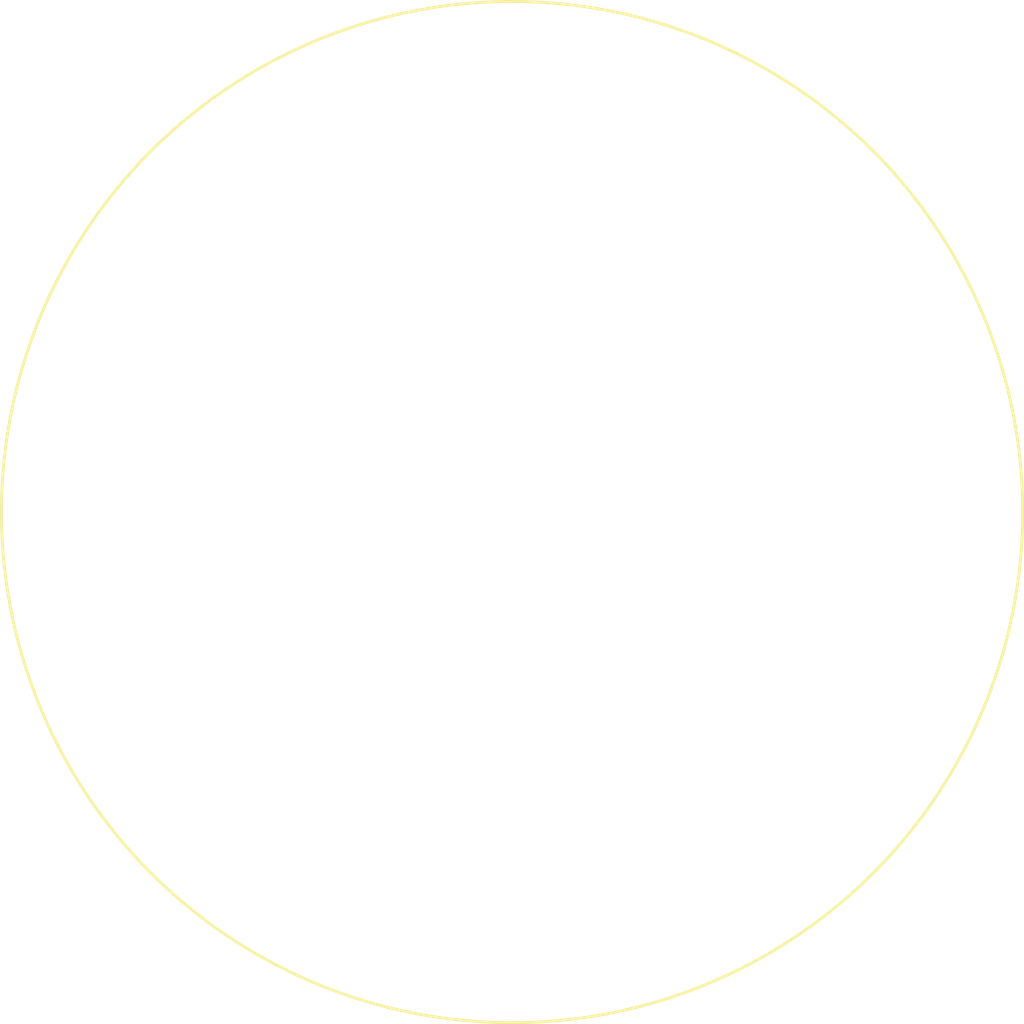
<source format=kicad_pcb>
(kicad_pcb (version 20171130) (host pcbnew 5.1.4-e60b266~84~ubuntu18.04.1)

  (general
    (thickness 1.6)
    (drawings 1)
    (tracks 0)
    (zones 0)
    (modules 0)
    (nets 1)
  )

  (page A4)
  (layers
    (0 F.Cu signal)
    (31 B.Cu signal)
    (32 B.Adhes user)
    (33 F.Adhes user)
    (34 B.Paste user)
    (35 F.Paste user)
    (36 B.SilkS user)
    (37 F.SilkS user)
    (38 B.Mask user)
    (39 F.Mask user)
    (40 Dwgs.User user)
    (41 Cmts.User user)
    (42 Eco1.User user)
    (43 Eco2.User user)
    (44 Edge.Cuts user)
    (45 Margin user)
    (46 B.CrtYd user)
    (47 F.CrtYd user)
    (48 B.Fab user)
    (49 F.Fab user)
  )

  (setup
    (last_trace_width 0.25)
    (trace_clearance 0.2)
    (zone_clearance 0.508)
    (zone_45_only no)
    (trace_min 0.2)
    (via_size 0.8)
    (via_drill 0.4)
    (via_min_size 0.4)
    (via_min_drill 0.3)
    (uvia_size 0.3)
    (uvia_drill 0.1)
    (uvias_allowed no)
    (uvia_min_size 0.2)
    (uvia_min_drill 0.1)
    (edge_width 0.05)
    (segment_width 0.2)
    (pcb_text_width 0.3)
    (pcb_text_size 1.5 1.5)
    (mod_edge_width 0.12)
    (mod_text_size 1 1)
    (mod_text_width 0.15)
    (pad_size 1.524 1.524)
    (pad_drill 0.762)
    (pad_to_mask_clearance 0.051)
    (solder_mask_min_width 0.25)
    (aux_axis_origin 0 0)
    (visible_elements FFFFFF7F)
    (pcbplotparams
      (layerselection 0x010fc_ffffffff)
      (usegerberextensions false)
      (usegerberattributes false)
      (usegerberadvancedattributes false)
      (creategerberjobfile false)
      (excludeedgelayer true)
      (linewidth 0.100000)
      (plotframeref false)
      (viasonmask false)
      (mode 1)
      (useauxorigin false)
      (hpglpennumber 1)
      (hpglpenspeed 20)
      (hpglpendiameter 15.000000)
      (psnegative false)
      (psa4output false)
      (plotreference true)
      (plotvalue true)
      (plotinvisibletext false)
      (padsonsilk false)
      (subtractmaskfromsilk false)
      (outputformat 1)
      (mirror false)
      (drillshape 1)
      (scaleselection 1)
      (outputdirectory ""))
  )

  (net 0 "")

  (net_class Default "This is the default net class."
    (clearance 0.2)
    (trace_width 0.25)
    (via_dia 0.8)
    (via_drill 0.4)
    (uvia_dia 0.3)
    (uvia_drill 0.1)
  )

  (gr_circle (center 35 35) (end 56 35) (layer F.SilkS) (width 0.12))

)

</source>
